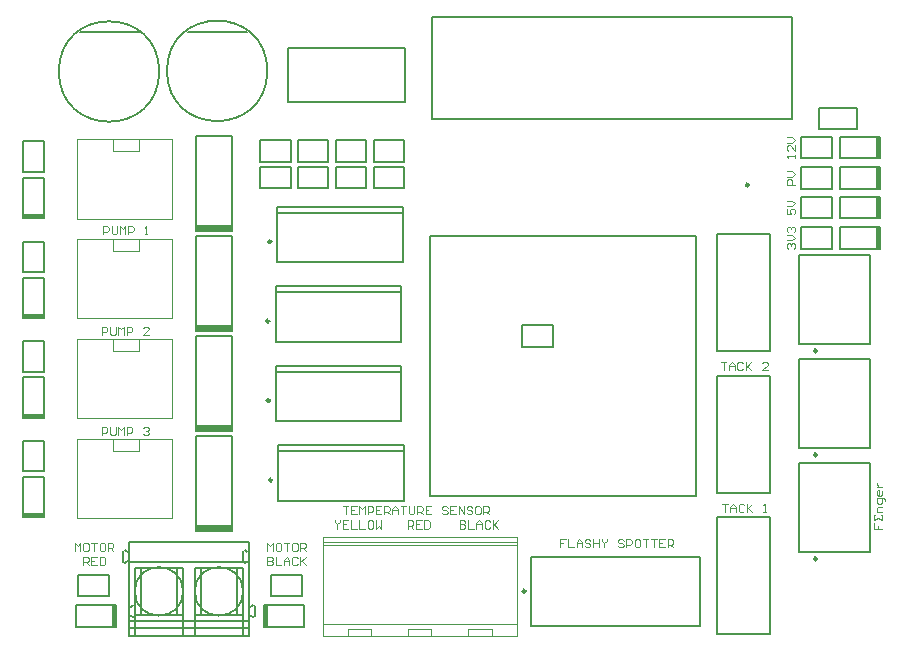
<source format=gto>
G04*
G04 #@! TF.GenerationSoftware,Altium Limited,Altium Designer,20.1.8 (145)*
G04*
G04 Layer_Color=65535*
%FSLAX25Y25*%
%MOIN*%
G70*
G04*
G04 #@! TF.SameCoordinates,5DAE46FA-DCB4-4479-A142-53610109B6E0*
G04*
G04*
G04 #@! TF.FilePolarity,Positive*
G04*
G01*
G75*
%ADD10C,0.00984*%
%ADD11C,0.00787*%
%ADD12C,0.00591*%
%ADD13C,0.00394*%
%ADD14R,0.01181X0.07480*%
%ADD15R,0.12299X0.01968*%
%ADD16R,0.07480X0.01181*%
G36*
X81984Y38043D02*
D01*
D02*
G37*
G36*
X112598Y33465D02*
D01*
D02*
G37*
G36*
X81984Y71474D02*
D01*
D02*
G37*
G36*
Y104759D02*
D01*
D02*
G37*
G36*
Y138043D02*
D01*
D02*
G37*
D10*
X95020Y133465D02*
G03*
X95020Y133465I-492J0D01*
G01*
X94547Y80446D02*
G03*
X94547Y80446I-492J0D01*
G01*
X95335Y53937D02*
G03*
X95335Y53937I-492J0D01*
G01*
X94390Y106955D02*
G03*
X94390Y106955I-492J0D01*
G01*
X276870Y97031D02*
G03*
X276870Y97031I-492J0D01*
G01*
Y62368D02*
G03*
X276870Y62368I-492J0D01*
G01*
Y27706D02*
G03*
X276870Y27706I-492J0D01*
G01*
X254153Y152362D02*
G03*
X254153Y152362I-492J0D01*
G01*
X179823Y16929D02*
G03*
X179823Y16929I-492J0D01*
G01*
D11*
X85654Y16862D02*
G03*
X85654Y16862I-8071J0D01*
G01*
X65654D02*
G03*
X65654Y16862I-8071J0D01*
G01*
X47583Y12150D02*
G03*
X48173Y11809I394J0D01*
G01*
X49551Y11923D02*
G03*
X48961Y12264I-394J0D01*
G01*
Y8193D02*
G03*
X49551Y8534I197J341D01*
G01*
X48173Y8647D02*
G03*
X47583Y8306I-197J-341D01*
G01*
X88961Y8193D02*
G03*
X89551Y8534I197J341D01*
G01*
Y11923D02*
G03*
X88961Y12264I-394J0D01*
G01*
X86205Y30512D02*
G03*
X85614Y30171I-197J-341D01*
G01*
X86992Y30057D02*
G03*
X87583Y30398I197J341D01*
G01*
Y26554D02*
G03*
X86992Y26895I-394J0D01*
G01*
X85614Y26782D02*
G03*
X86205Y26441I394J0D01*
G01*
X45614Y26782D02*
G03*
X46205Y26441I394J0D01*
G01*
Y30512D02*
G03*
X45614Y30171I-197J-341D01*
G01*
X67241Y203462D02*
X86926D01*
X281890Y161237D02*
Y168324D01*
X271654Y161237D02*
X281890D01*
X271654D02*
Y168324D01*
X281890D01*
X261417Y49803D02*
Y88779D01*
X243701Y49803D02*
X261417D01*
X243701Y88779D02*
X261417D01*
X243701Y49803D02*
Y88779D01*
X178740Y105512D02*
X188976D01*
X178740Y98469D02*
Y105512D01*
X188976Y98469D02*
Y105512D01*
X178740Y98469D02*
X188976D01*
X261417Y97047D02*
Y136024D01*
X243701Y97047D02*
X261417D01*
X243701Y136024D02*
X261417D01*
X243701Y97047D02*
Y136024D01*
X261417Y2559D02*
Y41535D01*
X243701Y2559D02*
X261417D01*
X243701Y41535D02*
X261417D01*
X243701Y2559D02*
Y41535D01*
X148031Y48819D02*
Y135433D01*
X236614D01*
Y48819D02*
Y135433D01*
X148031Y48819D02*
X236614D01*
X271654Y148305D02*
X281890D01*
X271654Y141218D02*
Y148305D01*
Y141218D02*
X281890D01*
Y148305D01*
X284646D02*
X298031D01*
Y141218D02*
Y148305D01*
X284646Y141218D02*
X298031D01*
X284646D02*
Y148305D01*
X298031D01*
Y141218D02*
Y148305D01*
X284646Y141218D02*
X298031D01*
X284646D02*
Y148305D01*
X271654Y138189D02*
X281890D01*
X271654Y131102D02*
Y138189D01*
Y131102D02*
X281890D01*
Y138189D01*
X284646D02*
X298031D01*
Y131102D02*
Y138189D01*
X284646Y131102D02*
X298031D01*
X284646D02*
Y138189D01*
X298031D01*
Y131102D02*
Y138189D01*
X284646Y131102D02*
X298031D01*
X284646D02*
Y138189D01*
X270866Y99393D02*
X294488D01*
Y128920D01*
X270866D02*
X294488D01*
X270866Y99393D02*
Y128920D01*
Y64730D02*
X294488D01*
Y94258D01*
X270866D02*
X294488D01*
X270866Y64730D02*
Y94258D01*
Y30068D02*
Y59596D01*
X294488D01*
Y30068D02*
Y59596D01*
X270866Y30068D02*
X294488D01*
X284646Y168324D02*
X298031D01*
Y161237D02*
Y168324D01*
X284646Y161237D02*
X298031D01*
X284646D02*
Y168324D01*
X298031D01*
Y161237D02*
Y168324D01*
X284646Y161237D02*
X298031D01*
X284646D02*
Y168324D01*
X290158Y170900D02*
Y177986D01*
X277559D02*
X290158D01*
X277559Y170900D02*
Y177986D01*
Y170900D02*
X290158D01*
X281890Y151121D02*
Y158208D01*
X271654Y151121D02*
X281890D01*
X271654D02*
Y158208D01*
X281890D01*
X284646D02*
X298031D01*
Y151121D02*
Y158208D01*
X284646Y151121D02*
X298031D01*
X284646D02*
Y158208D01*
X298031D01*
Y151121D02*
Y158208D01*
X284646Y151121D02*
X298031D01*
X284646D02*
Y158208D01*
X268661Y174213D02*
Y208465D01*
X148661D02*
X268661D01*
X148661Y174213D02*
Y208465D01*
Y174213D02*
X268661D01*
X97087Y126516D02*
Y145020D01*
X138819Y126516D02*
Y145020D01*
X97087Y126516D02*
X138819D01*
X97087Y145020D02*
X138819D01*
X97087Y143051D02*
X138819D01*
X91209Y160125D02*
X101445D01*
Y167168D01*
X91209Y160125D02*
Y167168D01*
X101445D01*
X91209Y158293D02*
X101445D01*
X91209Y151250D02*
Y158293D01*
X101445Y151250D02*
Y158293D01*
X91209Y151250D02*
X101445D01*
X103850D02*
X114087D01*
Y158293D01*
X103850Y151250D02*
Y158293D01*
X114087D01*
X103850Y167168D02*
X114087D01*
X103850Y160125D02*
Y167168D01*
X114087Y160125D02*
Y167168D01*
X103850Y160125D02*
X114087D01*
X116492Y151250D02*
X126728D01*
Y158293D01*
X116492Y151250D02*
Y158293D01*
X126728D01*
X116492Y167168D02*
X126728D01*
X116492Y160125D02*
Y167168D01*
X126728Y160125D02*
Y167168D01*
X116492Y160125D02*
X126728D01*
X129134Y151250D02*
X139370D01*
Y158293D01*
X129134Y151250D02*
Y158293D01*
X139370D01*
X129134Y167168D02*
X139370D01*
X129134Y160125D02*
Y167168D01*
X139370Y160125D02*
Y167168D01*
X129134Y160125D02*
X139370D01*
X69984Y168504D02*
X81984D01*
X69984Y137008D02*
Y168504D01*
Y137008D02*
X81984D01*
Y168504D01*
X100591Y197835D02*
X139567D01*
Y180118D02*
Y197835D01*
X100591Y180118D02*
Y197835D01*
Y180118D02*
X139567D01*
X96457Y100007D02*
Y118510D01*
X138189Y100007D02*
Y118510D01*
X96457Y100007D02*
X138189D01*
X96457Y118510D02*
X138189D01*
X96457Y116542D02*
X138189D01*
X96614Y73497D02*
Y92001D01*
X138347Y73497D02*
Y92001D01*
X96614Y73497D02*
X138347D01*
X96614Y92001D02*
X138347D01*
X96614Y90033D02*
X138347D01*
X69984Y68504D02*
X81984D01*
X69984Y37008D02*
Y68504D01*
Y37008D02*
X81984D01*
Y68504D01*
Y70439D02*
Y101935D01*
X69984Y70439D02*
X81984D01*
X69984D02*
Y101935D01*
X81984D01*
Y103723D02*
Y135220D01*
X69984Y103723D02*
X81984D01*
X69984D02*
Y135220D01*
X81984D01*
X47583Y33398D02*
X87583D01*
X47583Y29717D02*
Y33398D01*
X46205Y30512D02*
X47583Y29717D01*
X45614Y26782D02*
Y30171D01*
X46205Y26441D02*
X47583Y27236D01*
Y1901D02*
Y27236D01*
Y1901D02*
X87583D01*
Y33398D01*
X86205Y26441D02*
X86992Y26895D01*
X86205Y30512D02*
X86992Y30057D01*
X85614Y26782D02*
Y30171D01*
X87583Y8988D02*
X88961Y8193D01*
X87583Y11468D02*
X88961Y12264D01*
X89551Y8534D02*
Y11923D01*
X48173Y8647D02*
X48961Y8193D01*
X49551Y8534D02*
Y11923D01*
X48173Y11809D02*
X48961Y12264D01*
X47583Y7020D02*
X87583D01*
X47583Y26705D02*
X87583D01*
X69512Y24736D02*
X85654D01*
X69512Y8988D02*
X85654D01*
Y1901D02*
Y24736D01*
X49512D02*
X65654D01*
X49512Y8988D02*
X65654D01*
Y1901D02*
Y24736D01*
X69512Y1901D02*
Y24736D01*
X49512Y1901D02*
Y24736D01*
X47583Y4657D02*
X87583D01*
X47583Y1901D02*
Y33398D01*
X83488Y8988D02*
Y24736D01*
X71677Y8988D02*
Y24736D01*
X63488Y8988D02*
Y24736D01*
X51677Y8988D02*
Y24736D01*
X29921Y5118D02*
Y12205D01*
Y5118D02*
X43307D01*
Y12205D01*
X29921D02*
X43307D01*
X29921Y5118D02*
Y12205D01*
Y5118D02*
X43307D01*
Y12205D01*
X29921D02*
X43307D01*
X30709Y15354D02*
Y22441D01*
X40945D01*
Y15354D02*
Y22441D01*
X30709Y15354D02*
X40945D01*
X237992Y5394D02*
Y28228D01*
X181693D02*
X237992D01*
X181693Y5394D02*
Y28228D01*
Y5394D02*
X237992D01*
X92520Y5118D02*
X105905D01*
X92520D02*
Y12205D01*
X105905D01*
Y5118D02*
Y12205D01*
X92520Y5118D02*
X105905D01*
X92520D02*
Y12205D01*
X105905D01*
Y5118D02*
Y12205D01*
X94882Y22441D02*
X105118D01*
X94882Y15354D02*
Y22441D01*
Y15354D02*
X105118D01*
Y22441D01*
X12205Y156693D02*
X19291D01*
X12205D02*
Y166929D01*
X19291D01*
Y156693D02*
Y166929D01*
X97402Y46988D02*
Y65492D01*
X139134Y46988D02*
Y65492D01*
X97402Y46988D02*
X139134D01*
X97402Y65492D02*
X139134D01*
X97402Y63524D02*
X139134D01*
X12205Y154724D02*
X19291D01*
X12205Y141339D02*
Y154724D01*
Y141339D02*
X19291D01*
Y154724D01*
X12205D02*
X19291D01*
X12205Y141339D02*
Y154724D01*
Y141339D02*
X19291D01*
Y154724D01*
X12205Y56906D02*
X19291D01*
X12205D02*
Y67143D01*
X19291D01*
Y56906D02*
Y67143D01*
X12205Y89977D02*
X19291D01*
X12205D02*
Y100214D01*
X19291D01*
Y89977D02*
Y100214D01*
X12205Y123245D02*
X19291D01*
X12205D02*
Y133481D01*
X19291D01*
Y123245D02*
Y133481D01*
X12205Y55118D02*
X19291D01*
X12205Y41732D02*
Y55118D01*
Y41732D02*
X19291D01*
Y55118D01*
X12205D02*
X19291D01*
X12205Y41732D02*
Y55118D01*
Y41732D02*
X19291D01*
Y55118D01*
X12205Y88189D02*
X19291D01*
X12205Y74803D02*
Y88189D01*
Y74803D02*
X19291D01*
Y88189D01*
X12205D02*
X19291D01*
X12205Y74803D02*
Y88189D01*
Y74803D02*
X19291D01*
Y88189D01*
X12205Y121457D02*
X19291D01*
X12205Y108071D02*
Y121457D01*
Y108071D02*
X19291D01*
Y121457D01*
X12205D02*
X19291D01*
X12205Y108071D02*
Y121457D01*
Y108071D02*
X19291D01*
Y121457D01*
X31201Y203248D02*
X50886D01*
D12*
X57677Y190157D02*
G03*
X57677Y190157I-16732J0D01*
G01*
X93717Y190371D02*
G03*
X93717Y190371I-16732J0D01*
G01*
D13*
X112284Y1969D02*
Y35039D01*
X176850Y1969D02*
Y35039D01*
X112284D02*
X176850D01*
X112284Y1969D02*
X176850D01*
X120472Y1969D02*
Y4331D01*
X128347D01*
Y1969D02*
Y4331D01*
X140551Y1969D02*
Y4331D01*
X148425D01*
Y1969D02*
Y4331D01*
X112598Y5906D02*
X176772Y5906D01*
X112598Y33465D02*
X176772Y33465D01*
X112402Y32283D02*
X176575Y32283D01*
X160630Y4331D02*
X168504D01*
X160630Y1969D02*
Y4331D01*
X168504Y1969D02*
Y4331D01*
X30315Y141142D02*
X61811D01*
Y167520D01*
X30315D02*
X61811D01*
X42126Y163583D02*
X50787D01*
Y167520D01*
X42126Y163583D02*
Y167520D01*
X30315Y141142D02*
Y167520D01*
Y41288D02*
X61811D01*
Y67666D01*
X30315D02*
X61811D01*
X42126Y63729D02*
X50787D01*
Y67666D01*
X42126Y63729D02*
Y67666D01*
X30315Y41288D02*
Y67666D01*
Y74573D02*
X61811D01*
Y100951D01*
X30315D02*
X61811D01*
X42126Y97014D02*
X50787D01*
Y100951D01*
X42126Y97014D02*
Y100951D01*
X30315Y74573D02*
Y100951D01*
Y107857D02*
X61811D01*
Y134235D01*
X30315D02*
X61811D01*
X42126Y130298D02*
X50787D01*
Y134235D01*
X42126Y130298D02*
Y134235D01*
X30315Y107857D02*
Y134235D01*
X244882Y93306D02*
X246719D01*
X245800D01*
Y90551D01*
X247637D02*
Y92388D01*
X248555Y93306D01*
X249474Y92388D01*
Y90551D01*
Y91929D01*
X247637D01*
X252229Y92847D02*
X251769Y93306D01*
X250851D01*
X250392Y92847D01*
Y91010D01*
X250851Y90551D01*
X251769D01*
X252229Y91010D01*
X253147Y93306D02*
Y90551D01*
Y91470D01*
X254984Y93306D01*
X253606Y91929D01*
X254984Y90551D01*
X260494D02*
X258657D01*
X260494Y92388D01*
Y92847D01*
X260034Y93306D01*
X259116D01*
X258657Y92847D01*
X245276Y46062D02*
X247112D01*
X246194D01*
Y43307D01*
X248031D02*
Y45144D01*
X248949Y46062D01*
X249867Y45144D01*
Y43307D01*
Y44685D01*
X248031D01*
X252622Y45603D02*
X252163Y46062D01*
X251245D01*
X250786Y45603D01*
Y43766D01*
X251245Y43307D01*
X252163D01*
X252622Y43766D01*
X253541Y46062D02*
Y43307D01*
Y44225D01*
X255377Y46062D01*
X254000Y44685D01*
X255377Y43307D01*
X259051D02*
X259969D01*
X259510D01*
Y46062D01*
X259051Y45603D01*
X39042Y135827D02*
Y138582D01*
X40419D01*
X40878Y138123D01*
Y137204D01*
X40419Y136745D01*
X39042D01*
X41797Y138582D02*
Y136286D01*
X42256Y135827D01*
X43174D01*
X43634Y136286D01*
Y138582D01*
X44552Y135827D02*
Y138582D01*
X45470Y137663D01*
X46389Y138582D01*
Y135827D01*
X47307D02*
Y138582D01*
X48684D01*
X49144Y138123D01*
Y137204D01*
X48684Y136745D01*
X47307D01*
X52817Y135827D02*
X53735D01*
X53276D01*
Y138582D01*
X52817Y138123D01*
X38583Y102362D02*
Y105117D01*
X39960D01*
X40419Y104658D01*
Y103740D01*
X39960Y103280D01*
X38583D01*
X41338Y105117D02*
Y102821D01*
X41797Y102362D01*
X42715D01*
X43174Y102821D01*
Y105117D01*
X44093Y102362D02*
Y105117D01*
X45011Y104199D01*
X45929Y105117D01*
Y102362D01*
X46848D02*
Y105117D01*
X48225D01*
X48684Y104658D01*
Y103740D01*
X48225Y103280D01*
X46848D01*
X54194Y102362D02*
X52358D01*
X54194Y104199D01*
Y104658D01*
X53735Y105117D01*
X52817D01*
X52358Y104658D01*
X38583Y68898D02*
Y71653D01*
X39960D01*
X40419Y71193D01*
Y70275D01*
X39960Y69816D01*
X38583D01*
X41338Y71653D02*
Y69357D01*
X41797Y68898D01*
X42715D01*
X43174Y69357D01*
Y71653D01*
X44093Y68898D02*
Y71653D01*
X45011Y70734D01*
X45929Y71653D01*
Y68898D01*
X46848D02*
Y71653D01*
X48225D01*
X48684Y71193D01*
Y70275D01*
X48225Y69816D01*
X46848D01*
X52358Y71193D02*
X52817Y71653D01*
X53735D01*
X54194Y71193D01*
Y70734D01*
X53735Y70275D01*
X53276D01*
X53735D01*
X54194Y69816D01*
Y69357D01*
X53735Y68898D01*
X52817D01*
X52358Y69357D01*
X118898Y45275D02*
X120734D01*
X119816D01*
Y42520D01*
X123489Y45275D02*
X121653D01*
Y42520D01*
X123489D01*
X121653Y43897D02*
X122571D01*
X124408Y42520D02*
Y45275D01*
X125326Y44356D01*
X126244Y45275D01*
Y42520D01*
X127163D02*
Y45275D01*
X128540D01*
X128999Y44815D01*
Y43897D01*
X128540Y43438D01*
X127163D01*
X131754Y45275D02*
X129918D01*
Y42520D01*
X131754D01*
X129918Y43897D02*
X130836D01*
X132673Y42520D02*
Y45275D01*
X134050D01*
X134509Y44815D01*
Y43897D01*
X134050Y43438D01*
X132673D01*
X133591D02*
X134509Y42520D01*
X135428D02*
Y44356D01*
X136346Y45275D01*
X137264Y44356D01*
Y42520D01*
Y43897D01*
X135428D01*
X138183Y45275D02*
X140020D01*
X139101D01*
Y42520D01*
X140938Y45275D02*
Y42979D01*
X141397Y42520D01*
X142315D01*
X142774Y42979D01*
Y45275D01*
X143693Y42520D02*
Y45275D01*
X145070D01*
X145529Y44815D01*
Y43897D01*
X145070Y43438D01*
X143693D01*
X144611D02*
X145529Y42520D01*
X148284Y45275D02*
X146448D01*
Y42520D01*
X148284D01*
X146448Y43897D02*
X147366D01*
X153795Y44815D02*
X153335Y45275D01*
X152417D01*
X151958Y44815D01*
Y44356D01*
X152417Y43897D01*
X153335D01*
X153795Y43438D01*
Y42979D01*
X153335Y42520D01*
X152417D01*
X151958Y42979D01*
X156550Y45275D02*
X154713D01*
Y42520D01*
X156550D01*
X154713Y43897D02*
X155631D01*
X157468Y42520D02*
Y45275D01*
X159305Y42520D01*
Y45275D01*
X162060Y44815D02*
X161600Y45275D01*
X160682D01*
X160223Y44815D01*
Y44356D01*
X160682Y43897D01*
X161600D01*
X162060Y43438D01*
Y42979D01*
X161600Y42520D01*
X160682D01*
X160223Y42979D01*
X164356Y45275D02*
X163437D01*
X162978Y44815D01*
Y42979D01*
X163437Y42520D01*
X164356D01*
X164815Y42979D01*
Y44815D01*
X164356Y45275D01*
X165733Y42520D02*
Y45275D01*
X167111D01*
X167570Y44815D01*
Y43897D01*
X167111Y43438D01*
X165733D01*
X166651D02*
X167570Y42520D01*
X295933Y39632D02*
Y37795D01*
X297310D01*
Y38714D01*
Y37795D01*
X298688D01*
X298229Y42387D02*
X298688D01*
Y40550D01*
X297310Y41469D01*
X295933Y40550D01*
Y42387D01*
X296392D01*
X298688Y43305D02*
X296851D01*
Y44683D01*
X297310Y45142D01*
X298688D01*
X299606Y46979D02*
Y47438D01*
X299147Y47897D01*
X296851D01*
Y46520D01*
X297310Y46060D01*
X298229D01*
X298688Y46520D01*
Y47897D01*
Y50193D02*
Y49275D01*
X298229Y48815D01*
X297310D01*
X296851Y49275D01*
Y50193D01*
X297310Y50652D01*
X297770D01*
Y48815D01*
X296851Y51570D02*
X298688D01*
X297770D01*
X297310Y52030D01*
X296851Y52489D01*
Y52948D01*
X193175Y34251D02*
X191339D01*
Y32874D01*
X192257D01*
X191339D01*
Y31496D01*
X194094Y34251D02*
Y31496D01*
X195930D01*
X196849D02*
Y33333D01*
X197767Y34251D01*
X198685Y33333D01*
Y31496D01*
Y32874D01*
X196849D01*
X201440Y33792D02*
X200981Y34251D01*
X200063D01*
X199604Y33792D01*
Y33333D01*
X200063Y32874D01*
X200981D01*
X201440Y32414D01*
Y31955D01*
X200981Y31496D01*
X200063D01*
X199604Y31955D01*
X202359Y34251D02*
Y31496D01*
Y32874D01*
X204195D01*
Y34251D01*
Y31496D01*
X205114Y34251D02*
Y33792D01*
X206032Y32874D01*
X206950Y33792D01*
Y34251D01*
X206032Y32874D02*
Y31496D01*
X212460Y33792D02*
X212001Y34251D01*
X211083D01*
X210624Y33792D01*
Y33333D01*
X211083Y32874D01*
X212001D01*
X212460Y32414D01*
Y31955D01*
X212001Y31496D01*
X211083D01*
X210624Y31955D01*
X213379Y31496D02*
Y34251D01*
X214756D01*
X215215Y33792D01*
Y32874D01*
X214756Y32414D01*
X213379D01*
X217511Y34251D02*
X216593D01*
X216134Y33792D01*
Y31955D01*
X216593Y31496D01*
X217511D01*
X217970Y31955D01*
Y33792D01*
X217511Y34251D01*
X218889D02*
X220725D01*
X219807D01*
Y31496D01*
X221644Y34251D02*
X223481D01*
X222562D01*
Y31496D01*
X226236Y34251D02*
X224399D01*
Y31496D01*
X226236D01*
X224399Y32874D02*
X225317D01*
X227154Y31496D02*
Y34251D01*
X228531D01*
X228991Y33792D01*
Y32874D01*
X228531Y32414D01*
X227154D01*
X228072D02*
X228991Y31496D01*
X93701Y30315D02*
Y33070D01*
X94619Y32152D01*
X95538Y33070D01*
Y30315D01*
X97833Y33070D02*
X96915D01*
X96456Y32611D01*
Y30774D01*
X96915Y30315D01*
X97833D01*
X98292Y30774D01*
Y32611D01*
X97833Y33070D01*
X99211D02*
X101048D01*
X100129D01*
Y30315D01*
X103343Y33070D02*
X102425D01*
X101966Y32611D01*
Y30774D01*
X102425Y30315D01*
X103343D01*
X103803Y30774D01*
Y32611D01*
X103343Y33070D01*
X104721Y30315D02*
Y33070D01*
X106098D01*
X106558Y32611D01*
Y31692D01*
X106098Y31233D01*
X104721D01*
X105639D02*
X106558Y30315D01*
X29528D02*
Y33070D01*
X30446Y32152D01*
X31364Y33070D01*
Y30315D01*
X33660Y33070D02*
X32742D01*
X32283Y32611D01*
Y30774D01*
X32742Y30315D01*
X33660D01*
X34119Y30774D01*
Y32611D01*
X33660Y33070D01*
X35038D02*
X36874D01*
X35956D01*
Y30315D01*
X39170Y33070D02*
X38252D01*
X37793Y32611D01*
Y30774D01*
X38252Y30315D01*
X39170D01*
X39629Y30774D01*
Y32611D01*
X39170Y33070D01*
X40548Y30315D02*
Y33070D01*
X41925D01*
X42384Y32611D01*
Y31692D01*
X41925Y31233D01*
X40548D01*
X41466D02*
X42384Y30315D01*
X267389Y131102D02*
X266930Y131562D01*
Y132480D01*
X267389Y132939D01*
X267848D01*
X268307Y132480D01*
Y132021D01*
Y132480D01*
X268767Y132939D01*
X269226D01*
X269685Y132480D01*
Y131562D01*
X269226Y131102D01*
X266930Y133857D02*
X268767D01*
X269685Y134776D01*
X268767Y135694D01*
X266930D01*
X267389Y136612D02*
X266930Y137072D01*
Y137990D01*
X267389Y138449D01*
X267848D01*
X268307Y137990D01*
Y137531D01*
Y137990D01*
X268767Y138449D01*
X269226D01*
X269685Y137990D01*
Y137072D01*
X269226Y136612D01*
X266930Y144356D02*
Y142520D01*
X268307D01*
X267848Y143438D01*
Y143897D01*
X268307Y144356D01*
X269226D01*
X269685Y143897D01*
Y142979D01*
X269226Y142520D01*
X266930Y145275D02*
X268767D01*
X269685Y146193D01*
X268767Y147111D01*
X266930D01*
X269685Y152362D02*
X266930D01*
Y153740D01*
X267389Y154199D01*
X268307D01*
X268767Y153740D01*
Y152362D01*
X266930Y155117D02*
X268767D01*
X269685Y156036D01*
X268767Y156954D01*
X266930D01*
X269685Y161417D02*
Y162336D01*
Y161876D01*
X266930D01*
X267389Y161417D01*
X269685Y165550D02*
Y163713D01*
X267848Y165550D01*
X267389D01*
X266930Y165091D01*
Y164172D01*
X267389Y163713D01*
X266930Y166468D02*
X268767D01*
X269685Y167386D01*
X268767Y168305D01*
X266930D01*
X93701Y28346D02*
Y25591D01*
X95078D01*
X95538Y26050D01*
Y26509D01*
X95078Y26968D01*
X93701D01*
X95078D01*
X95538Y27427D01*
Y27886D01*
X95078Y28346D01*
X93701D01*
X96456D02*
Y25591D01*
X98292D01*
X99211D02*
Y27427D01*
X100129Y28346D01*
X101048Y27427D01*
Y25591D01*
Y26968D01*
X99211D01*
X103803Y27886D02*
X103343Y28346D01*
X102425D01*
X101966Y27886D01*
Y26050D01*
X102425Y25591D01*
X103343D01*
X103803Y26050D01*
X104721Y28346D02*
Y25591D01*
Y26509D01*
X106558Y28346D01*
X105180Y26968D01*
X106558Y25591D01*
X32283D02*
Y28346D01*
X33661D01*
X34120Y27886D01*
Y26968D01*
X33661Y26509D01*
X32283D01*
X33202D02*
X34120Y25591D01*
X36875Y28346D02*
X35039D01*
Y25591D01*
X36875D01*
X35039Y26968D02*
X35957D01*
X37793Y28346D02*
Y25591D01*
X39171D01*
X39630Y26050D01*
Y27886D01*
X39171Y28346D01*
X37793D01*
X116142Y40550D02*
Y40091D01*
X117060Y39173D01*
X117978Y40091D01*
Y40550D01*
X117060Y39173D02*
Y37795D01*
X120733Y40550D02*
X118897D01*
Y37795D01*
X120733D01*
X118897Y39173D02*
X119815D01*
X121652Y40550D02*
Y37795D01*
X123488D01*
X124407Y40550D02*
Y37795D01*
X126243D01*
X128539Y40550D02*
X127621D01*
X127162Y40091D01*
Y38254D01*
X127621Y37795D01*
X128539D01*
X128998Y38254D01*
Y40091D01*
X128539Y40550D01*
X129917D02*
Y37795D01*
X130835Y38714D01*
X131754Y37795D01*
Y40550D01*
X157874D02*
Y37795D01*
X159251D01*
X159711Y38254D01*
Y38714D01*
X159251Y39173D01*
X157874D01*
X159251D01*
X159711Y39632D01*
Y40091D01*
X159251Y40550D01*
X157874D01*
X160629D02*
Y37795D01*
X162466D01*
X163384D02*
Y39632D01*
X164302Y40550D01*
X165221Y39632D01*
Y37795D01*
Y39173D01*
X163384D01*
X167976Y40091D02*
X167517Y40550D01*
X166598D01*
X166139Y40091D01*
Y38254D01*
X166598Y37795D01*
X167517D01*
X167976Y38254D01*
X168894Y40550D02*
Y37795D01*
Y38714D01*
X170731Y40550D01*
X169353Y39173D01*
X170731Y37795D01*
X140551D02*
Y40550D01*
X141929D01*
X142388Y40091D01*
Y39173D01*
X141929Y38714D01*
X140551D01*
X141470D02*
X142388Y37795D01*
X145143Y40550D02*
X143306D01*
Y37795D01*
X145143D01*
X143306Y39173D02*
X144225D01*
X146061Y40550D02*
Y37795D01*
X147439D01*
X147898Y38254D01*
Y40091D01*
X147439Y40550D01*
X146061D01*
D14*
X297441Y154468D02*
D03*
D03*
Y164584D02*
D03*
D03*
X93110Y8858D02*
D03*
D03*
X42717Y8465D02*
D03*
D03*
X297441Y144565D02*
D03*
D03*
X297441Y134449D02*
D03*
D03*
D15*
X75835Y71423D02*
D03*
X75835Y104708D02*
D03*
X75835Y137992D02*
D03*
X75835Y37992D02*
D03*
D16*
X15551Y141929D02*
D03*
D03*
X15551Y42323D02*
D03*
D03*
Y75394D02*
D03*
D03*
X15552Y108661D02*
D03*
D03*
M02*

</source>
